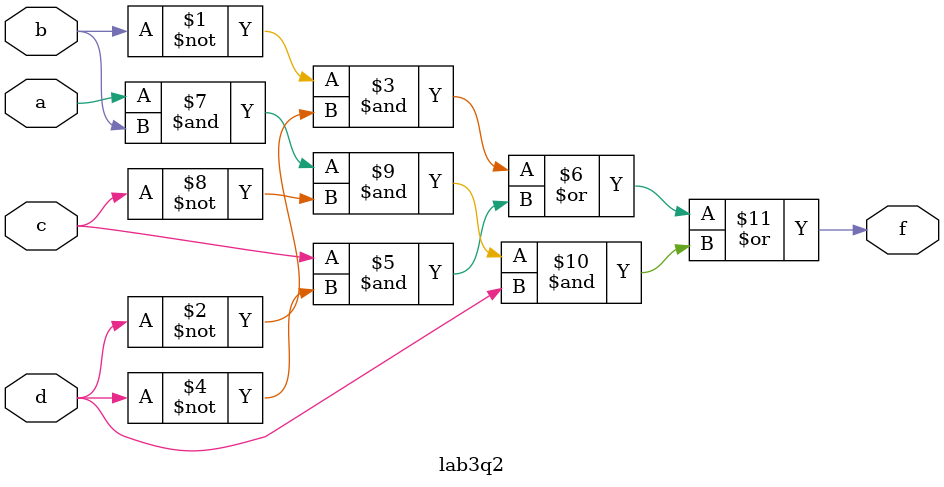
<source format=v>
module lab3q2(a,b,c,d,f);
input a,b,c,d;
output f;
assign f = (~b&~d)|(c&~d)|(a&b&~c&d);
endmodule

</source>
